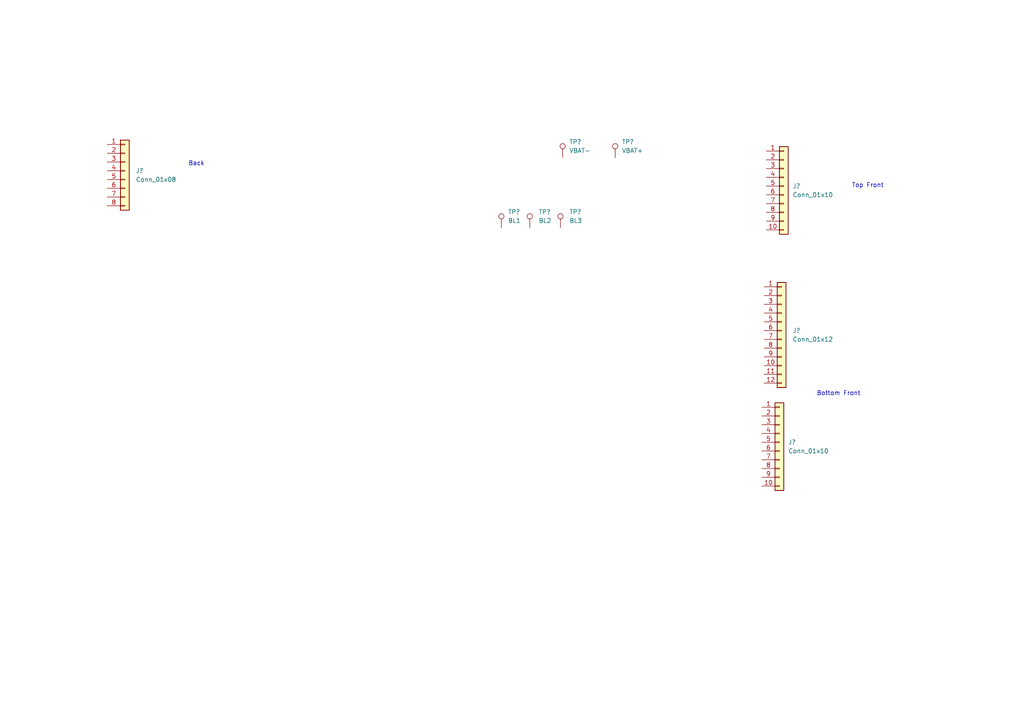
<source format=kicad_sch>
(kicad_sch (version 20211123) (generator eeschema)
  (paper "A4")
  (lib_symbols
    (symbol "Connector:TestPoint" (pin_numbers hide) (pin_names (offset 0.762) hide)
      (property "Reference" "TP" (at 0 6.858 0))
      (property "Value" "TestPoint" (at 0 5.08 0))
      (symbol "TestPoint_0_1"
        (circle (center 0 3.302) (radius 0.762))
      )
      (symbol "TestPoint_1_1"
        (pin passive line (at 0 0 90) (length 2.54) (name "1") (number "1"))
      )
    )
    (symbol "Connector_Generic:Conn_01x08" (pin_names (offset 1.016) hide)
      (property "Reference" "J" (at 0 10.16 0))
      (property "Value" "Conn_01x08" (at 0 -12.7 0))
      (symbol "Conn_01x08_1_1"
        (rectangle (start -1.27 -10.033) (end 0 -10.287) (stroke (width 0.1524)))
        (rectangle (start -1.27 -7.493) (end 0 -7.747) (stroke (width 0.1524)))
        (rectangle (start -1.27 -4.953) (end 0 -5.207) (stroke (width 0.1524)))
        (rectangle (start -1.27 -2.413) (end 0 -2.667) (stroke (width 0.1524)))
        (rectangle (start -1.27 0.127) (end 0 -0.127) (stroke (width 0.1524)))
        (rectangle (start -1.27 2.667) (end 0 2.413) (stroke (width 0.1524)))
        (rectangle (start -1.27 5.207) (end 0 4.953) (stroke (width 0.1524)))
        (rectangle (start -1.27 7.747) (end 0 7.493) (stroke (width 0.1524)))
        (rectangle (start -1.27 8.89) (end 1.27 -11.43) (stroke (width 0.254)) (fill (type background)))
        (pin passive line (at -5.08 7.62 0) (length 3.81) (name "Pin_1") (number "1"))
        (pin passive line (at -5.08 5.08 0) (length 3.81) (name "Pin_2") (number "2"))
        (pin passive line (at -5.08 2.54 0) (length 3.81) (name "Pin_3") (number "3"))
        (pin passive line (at -5.08 0 0) (length 3.81) (name "Pin_4") (number "4"))
        (pin passive line (at -5.08 -2.54 0) (length 3.81) (name "Pin_5") (number "5"))
        (pin passive line (at -5.08 -5.08 0) (length 3.81) (name "Pin_6") (number "6"))
        (pin passive line (at -5.08 -7.62 0) (length 3.81) (name "Pin_7") (number "7"))
        (pin passive line (at -5.08 -10.16 0) (length 3.81) (name "Pin_8") (number "8"))
      )
    )
    (symbol "Connector_Generic:Conn_01x10" (pin_names (offset 1.016) hide)
      (property "Reference" "J" (at 0 12.7 0))
      (property "Value" "Conn_01x10" (at 0 -15.24 0))
      (symbol "Conn_01x10_1_1"
        (rectangle (start -1.27 -12.573) (end 0 -12.827) (stroke (width 0.1524)))
        (rectangle (start -1.27 -10.033) (end 0 -10.287) (stroke (width 0.1524)))
        (rectangle (start -1.27 -7.493) (end 0 -7.747) (stroke (width 0.1524)))
        (rectangle (start -1.27 -4.953) (end 0 -5.207) (stroke (width 0.1524)))
        (rectangle (start -1.27 -2.413) (end 0 -2.667) (stroke (width 0.1524)))
        (rectangle (start -1.27 0.127) (end 0 -0.127) (stroke (width 0.1524)))
        (rectangle (start -1.27 2.667) (end 0 2.413) (stroke (width 0.1524)))
        (rectangle (start -1.27 5.207) (end 0 4.953) (stroke (width 0.1524)))
        (rectangle (start -1.27 7.747) (end 0 7.493) (stroke (width 0.1524)))
        (rectangle (start -1.27 10.287) (end 0 10.033) (stroke (width 0.1524)))
        (rectangle (start -1.27 11.43) (end 1.27 -13.97) (stroke (width 0.254)) (fill (type background)))
        (pin passive line (at -5.08 10.16 0) (length 3.81) (name "Pin_1") (number "1"))
        (pin passive line (at -5.08 -12.7 0) (length 3.81) (name "Pin_10") (number "10"))
        (pin passive line (at -5.08 7.62 0) (length 3.81) (name "Pin_2") (number "2"))
        (pin passive line (at -5.08 5.08 0) (length 3.81) (name "Pin_3") (number "3"))
        (pin passive line (at -5.08 2.54 0) (length 3.81) (name "Pin_4") (number "4"))
        (pin passive line (at -5.08 0 0) (length 3.81) (name "Pin_5") (number "5"))
        (pin passive line (at -5.08 -2.54 0) (length 3.81) (name "Pin_6") (number "6"))
        (pin passive line (at -5.08 -5.08 0) (length 3.81) (name "Pin_7") (number "7"))
        (pin passive line (at -5.08 -7.62 0) (length 3.81) (name "Pin_8") (number "8"))
        (pin passive line (at -5.08 -10.16 0) (length 3.81) (name "Pin_9") (number "9"))
      )
    )
    (symbol "Connector_Generic:Conn_01x12" (pin_names (offset 1.016) hide)
      (property "Reference" "J" (at 0 15.24 0))
      (property "Value" "Conn_01x12" (at 0 -17.78 0))
      (symbol "Conn_01x12_1_1"
        (rectangle (start -1.27 -15.113) (end 0 -15.367) (stroke (width 0.1524)))
        (rectangle (start -1.27 -12.573) (end 0 -12.827) (stroke (width 0.1524)))
        (rectangle (start -1.27 -10.033) (end 0 -10.287) (stroke (width 0.1524)))
        (rectangle (start -1.27 -7.493) (end 0 -7.747) (stroke (width 0.1524)))
        (rectangle (start -1.27 -4.953) (end 0 -5.207) (stroke (width 0.1524)))
        (rectangle (start -1.27 -2.413) (end 0 -2.667) (stroke (width 0.1524)))
        (rectangle (start -1.27 0.127) (end 0 -0.127) (stroke (width 0.1524)))
        (rectangle (start -1.27 2.667) (end 0 2.413) (stroke (width 0.1524)))
        (rectangle (start -1.27 5.207) (end 0 4.953) (stroke (width 0.1524)))
        (rectangle (start -1.27 7.747) (end 0 7.493) (stroke (width 0.1524)))
        (rectangle (start -1.27 10.287) (end 0 10.033) (stroke (width 0.1524)))
        (rectangle (start -1.27 12.827) (end 0 12.573) (stroke (width 0.1524)))
        (rectangle (start -1.27 13.97) (end 1.27 -16.51) (stroke (width 0.254)) (fill (type background)))
        (pin passive line (at -5.08 12.7 0) (length 3.81) (name "Pin_1") (number "1"))
        (pin passive line (at -5.08 -10.16 0) (length 3.81) (name "Pin_10") (number "10"))
        (pin passive line (at -5.08 -12.7 0) (length 3.81) (name "Pin_11") (number "11"))
        (pin passive line (at -5.08 -15.24 0) (length 3.81) (name "Pin_12") (number "12"))
        (pin passive line (at -5.08 10.16 0) (length 3.81) (name "Pin_2") (number "2"))
        (pin passive line (at -5.08 7.62 0) (length 3.81) (name "Pin_3") (number "3"))
        (pin passive line (at -5.08 5.08 0) (length 3.81) (name "Pin_4") (number "4"))
        (pin passive line (at -5.08 2.54 0) (length 3.81) (name "Pin_5") (number "5"))
        (pin passive line (at -5.08 0 0) (length 3.81) (name "Pin_6") (number "6"))
        (pin passive line (at -5.08 -2.54 0) (length 3.81) (name "Pin_7") (number "7"))
        (pin passive line (at -5.08 -5.08 0) (length 3.81) (name "Pin_8") (number "8"))
        (pin passive line (at -5.08 -7.62 0) (length 3.81) (name "Pin_9") (number "9"))
      )
    )
  )
  (text "Back" (at 54.61 48.26 0) (effects (font (size 1.27 1.27)) (justify left bottom)))
  (text "Top Front" (at 247.015 54.61 0) (effects (font (size 1.27 1.27)) (justify left bottom)))
  (text "Bottom Front" (at 236.855 114.935 0) (effects (font (size 1.27 1.27)) (justify left bottom)))
  (symbol (lib_id "Connector:TestPoint") (at 145.415 66.04 0) (unit 1)
    (property "Reference" "TP?" (at 147.32 61.4679 0) (effects (justify left)))
    (property "Value" "BL1" (at 147.32 64.0079 0) (effects (justify left)))
  )
  (symbol (lib_id "Connector:TestPoint") (at 178.435 45.72 0) (unit 1)
    (property "Reference" "TP?" (at 180.34 41.1479 0) (effects (justify left)))
    (property "Value" "VBAT+" (at 180.34 43.6879 0) (effects (justify left)))
  )
  (symbol (lib_id "Connector_Generic:Conn_01x10") (at 226.06 128.27 0) (unit 1)
    (property "Reference" "J?" (at 228.6 128.2699 0) (effects (justify left)))
    (property "Value" "Conn_01x10" (at 228.6 130.8099 0) (effects (justify left)))
  )
  (symbol (lib_id "Connector:TestPoint") (at 153.67 66.04 0) (unit 1)
    (property "Reference" "TP?" (at 156.21 61.4679 0) (effects (justify left)))
    (property "Value" "BL2" (at 156.21 64.0079 0) (effects (justify left)))
  )
  (symbol (lib_id "Connector_Generic:Conn_01x12") (at 226.695 95.885 0) (unit 1)
    (property "Reference" "J?" (at 229.87 95.8849 0) (effects (justify left)))
    (property "Value" "Conn_01x12" (at 229.87 98.4249 0) (effects (justify left)))
  )
  (symbol (lib_id "Connector_Generic:Conn_01x10") (at 227.33 53.975 0) (unit 1)
    (property "Reference" "J?" (at 229.87 53.9749 0) (effects (justify left)))
    (property "Value" "Conn_01x10" (at 229.87 56.5149 0) (effects (justify left)))
  )
  (symbol (lib_id "Connector:TestPoint") (at 163.195 45.72 0) (unit 1)
    (property "Reference" "TP?" (at 165.1 41.1479 0) (effects (justify left)))
    (property "Value" "VBAT-" (at 165.1 43.6879 0) (effects (justify left)))
  )
  (symbol (lib_id "Connector:TestPoint") (at 162.56 66.04 0) (unit 1)
    (property "Reference" "TP?" (at 165.1 61.4679 0) (effects (justify left)))
    (property "Value" "BL3" (at 165.1 64.0079 0) (effects (justify left)))
  )
  (symbol (lib_id "Connector_Generic:Conn_01x08") (at 36.195 49.53 0) (unit 1)
    (property "Reference" "J?" (at 39.37 49.5299 0) (effects (justify left)))
    (property "Value" "Conn_01x08" (at 39.37 52.0699 0) (effects (justify left)))
  )
)
</source>
